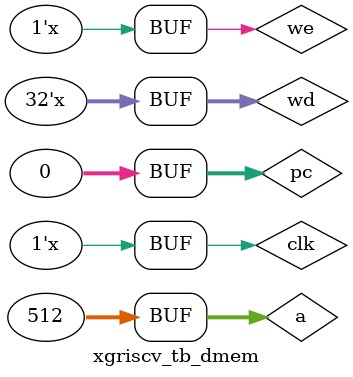
<source format=v>
`timescale 1ns/1ps
module xgriscv_tb_dmem();
reg            clk;
reg            we;
reg   [31:0]   a; 
reg   [31:0]   wd;
reg   [31:0]   pc;
wire  [31:0]   rd;
dmem U_dmem(clk,we,a,wd,pc,rd);
initial begin
   clk   =  1;
   we    =  0;
   a     =  32'h200;
   wd    =  0;
   pc    =  0;
end
always begin
   #50
   clk = ~clk;
   wd  = wd + 1;
end
always #200 we = ~we;
endmodule

</source>
